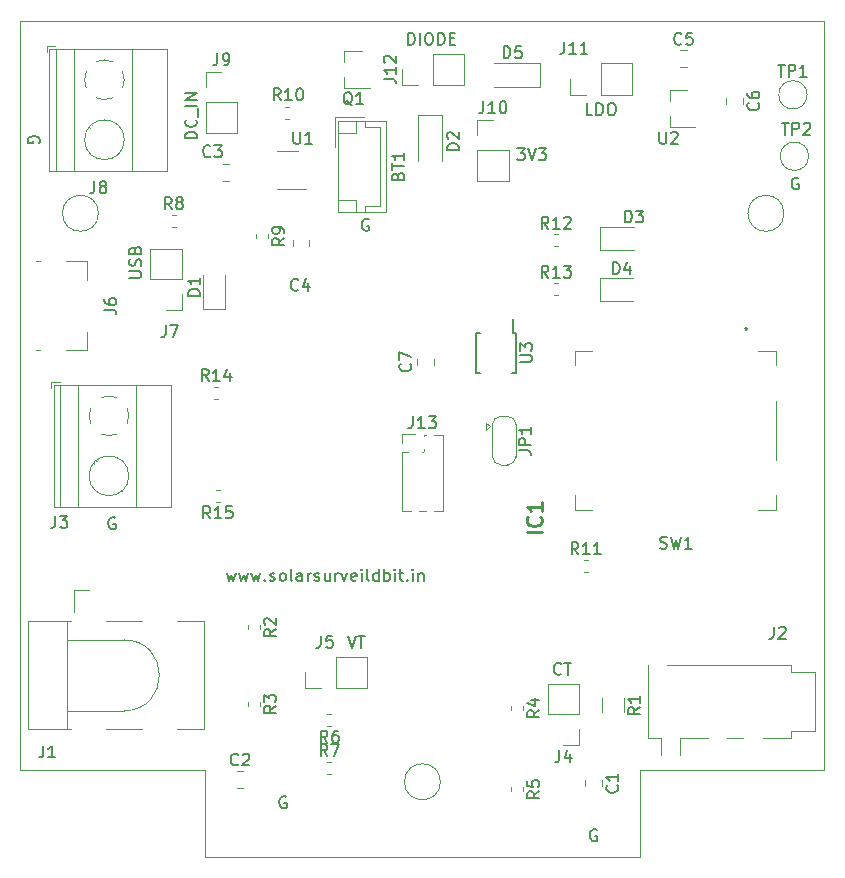
<source format=gbr>
%TF.GenerationSoftware,KiCad,Pcbnew,(5.1.8)-1*%
%TF.CreationDate,2021-05-25T14:35:32+05:30*%
%TF.ProjectId,ATM90_WLR_BOARD,41544d39-305f-4574-9c52-5f424f415244,rev?*%
%TF.SameCoordinates,Original*%
%TF.FileFunction,Legend,Top*%
%TF.FilePolarity,Positive*%
%FSLAX46Y46*%
G04 Gerber Fmt 4.6, Leading zero omitted, Abs format (unit mm)*
G04 Created by KiCad (PCBNEW (5.1.8)-1) date 2021-05-25 14:35:32*
%MOMM*%
%LPD*%
G01*
G04 APERTURE LIST*
%ADD10C,0.127000*%
%TA.AperFunction,Profile*%
%ADD11C,0.050000*%
%TD*%
%ADD12C,0.120000*%
%ADD13C,0.100000*%
%ADD14C,0.200000*%
%ADD15C,0.150000*%
%ADD16C,0.254000*%
G04 APERTURE END LIST*
D10*
X122459904Y-83272380D02*
X123078952Y-83272380D01*
X122745619Y-83653333D01*
X122888476Y-83653333D01*
X122983714Y-83700952D01*
X123031333Y-83748571D01*
X123078952Y-83843809D01*
X123078952Y-84081904D01*
X123031333Y-84177142D01*
X122983714Y-84224761D01*
X122888476Y-84272380D01*
X122602761Y-84272380D01*
X122507523Y-84224761D01*
X122459904Y-84177142D01*
X123364666Y-83272380D02*
X123698000Y-84272380D01*
X124031333Y-83272380D01*
X124269428Y-83272380D02*
X124888476Y-83272380D01*
X124555142Y-83653333D01*
X124698000Y-83653333D01*
X124793238Y-83700952D01*
X124840857Y-83748571D01*
X124888476Y-83843809D01*
X124888476Y-84081904D01*
X124840857Y-84177142D01*
X124793238Y-84224761D01*
X124698000Y-84272380D01*
X124412285Y-84272380D01*
X124317047Y-84224761D01*
X124269428Y-84177142D01*
X128825714Y-80462380D02*
X128349523Y-80462380D01*
X128349523Y-79462380D01*
X129159047Y-80462380D02*
X129159047Y-79462380D01*
X129397142Y-79462380D01*
X129540000Y-79510000D01*
X129635238Y-79605238D01*
X129682857Y-79700476D01*
X129730476Y-79890952D01*
X129730476Y-80033809D01*
X129682857Y-80224285D01*
X129635238Y-80319523D01*
X129540000Y-80414761D01*
X129397142Y-80462380D01*
X129159047Y-80462380D01*
X130349523Y-79462380D02*
X130540000Y-79462380D01*
X130635238Y-79510000D01*
X130730476Y-79605238D01*
X130778095Y-79795714D01*
X130778095Y-80129047D01*
X130730476Y-80319523D01*
X130635238Y-80414761D01*
X130540000Y-80462380D01*
X130349523Y-80462380D01*
X130254285Y-80414761D01*
X130159047Y-80319523D01*
X130111428Y-80129047D01*
X130111428Y-79795714D01*
X130159047Y-79605238D01*
X130254285Y-79510000D01*
X130349523Y-79462380D01*
X113212809Y-74493380D02*
X113212809Y-73493380D01*
X113450904Y-73493380D01*
X113593761Y-73541000D01*
X113689000Y-73636238D01*
X113736619Y-73731476D01*
X113784238Y-73921952D01*
X113784238Y-74064809D01*
X113736619Y-74255285D01*
X113689000Y-74350523D01*
X113593761Y-74445761D01*
X113450904Y-74493380D01*
X113212809Y-74493380D01*
X114212809Y-74493380D02*
X114212809Y-73493380D01*
X114879476Y-73493380D02*
X115069952Y-73493380D01*
X115165190Y-73541000D01*
X115260428Y-73636238D01*
X115308047Y-73826714D01*
X115308047Y-74160047D01*
X115260428Y-74350523D01*
X115165190Y-74445761D01*
X115069952Y-74493380D01*
X114879476Y-74493380D01*
X114784238Y-74445761D01*
X114689000Y-74350523D01*
X114641380Y-74160047D01*
X114641380Y-73826714D01*
X114689000Y-73636238D01*
X114784238Y-73541000D01*
X114879476Y-73493380D01*
X115736619Y-74493380D02*
X115736619Y-73493380D01*
X115974714Y-73493380D01*
X116117571Y-73541000D01*
X116212809Y-73636238D01*
X116260428Y-73731476D01*
X116308047Y-73921952D01*
X116308047Y-74064809D01*
X116260428Y-74255285D01*
X116212809Y-74350523D01*
X116117571Y-74445761D01*
X115974714Y-74493380D01*
X115736619Y-74493380D01*
X116736619Y-73969571D02*
X117069952Y-73969571D01*
X117212809Y-74493380D02*
X116736619Y-74493380D01*
X116736619Y-73493380D01*
X117212809Y-73493380D01*
X95321380Y-82422761D02*
X94321380Y-82422761D01*
X94321380Y-82184666D01*
X94369000Y-82041809D01*
X94464238Y-81946571D01*
X94559476Y-81898952D01*
X94749952Y-81851333D01*
X94892809Y-81851333D01*
X95083285Y-81898952D01*
X95178523Y-81946571D01*
X95273761Y-82041809D01*
X95321380Y-82184666D01*
X95321380Y-82422761D01*
X95226142Y-80851333D02*
X95273761Y-80898952D01*
X95321380Y-81041809D01*
X95321380Y-81137047D01*
X95273761Y-81279904D01*
X95178523Y-81375142D01*
X95083285Y-81422761D01*
X94892809Y-81470380D01*
X94749952Y-81470380D01*
X94559476Y-81422761D01*
X94464238Y-81375142D01*
X94369000Y-81279904D01*
X94321380Y-81137047D01*
X94321380Y-81041809D01*
X94369000Y-80898952D01*
X94416619Y-80851333D01*
X95416619Y-80660857D02*
X95416619Y-79898952D01*
X95321380Y-79660857D02*
X94321380Y-79660857D01*
X95321380Y-79184666D02*
X94321380Y-79184666D01*
X95321380Y-78613238D01*
X94321380Y-78613238D01*
X89622380Y-94225904D02*
X90431904Y-94225904D01*
X90527142Y-94178285D01*
X90574761Y-94130666D01*
X90622380Y-94035428D01*
X90622380Y-93844952D01*
X90574761Y-93749714D01*
X90527142Y-93702095D01*
X90431904Y-93654476D01*
X89622380Y-93654476D01*
X90574761Y-93225904D02*
X90622380Y-93083047D01*
X90622380Y-92844952D01*
X90574761Y-92749714D01*
X90527142Y-92702095D01*
X90431904Y-92654476D01*
X90336666Y-92654476D01*
X90241428Y-92702095D01*
X90193809Y-92749714D01*
X90146190Y-92844952D01*
X90098571Y-93035428D01*
X90050952Y-93130666D01*
X90003333Y-93178285D01*
X89908095Y-93225904D01*
X89812857Y-93225904D01*
X89717619Y-93178285D01*
X89670000Y-93130666D01*
X89622380Y-93035428D01*
X89622380Y-92797333D01*
X89670000Y-92654476D01*
X90098571Y-91892571D02*
X90146190Y-91749714D01*
X90193809Y-91702095D01*
X90289047Y-91654476D01*
X90431904Y-91654476D01*
X90527142Y-91702095D01*
X90574761Y-91749714D01*
X90622380Y-91844952D01*
X90622380Y-92225904D01*
X89622380Y-92225904D01*
X89622380Y-91892571D01*
X89670000Y-91797333D01*
X89717619Y-91749714D01*
X89812857Y-91702095D01*
X89908095Y-91702095D01*
X90003333Y-91749714D01*
X90050952Y-91797333D01*
X90098571Y-91892571D01*
X90098571Y-92225904D01*
X126166571Y-127738142D02*
X126118952Y-127785761D01*
X125976095Y-127833380D01*
X125880857Y-127833380D01*
X125738000Y-127785761D01*
X125642761Y-127690523D01*
X125595142Y-127595285D01*
X125547523Y-127404809D01*
X125547523Y-127261952D01*
X125595142Y-127071476D01*
X125642761Y-126976238D01*
X125738000Y-126881000D01*
X125880857Y-126833380D01*
X125976095Y-126833380D01*
X126118952Y-126881000D01*
X126166571Y-126928619D01*
X126452285Y-126833380D02*
X127023714Y-126833380D01*
X126738000Y-127833380D02*
X126738000Y-126833380D01*
X108124714Y-124547380D02*
X108458047Y-125547380D01*
X108791380Y-124547380D01*
X108981857Y-124547380D02*
X109553285Y-124547380D01*
X109267571Y-125547380D02*
X109267571Y-124547380D01*
X81970500Y-82811904D02*
X82018119Y-82716666D01*
X82018119Y-82573809D01*
X81970500Y-82430952D01*
X81875261Y-82335714D01*
X81780023Y-82288095D01*
X81589547Y-82240476D01*
X81446690Y-82240476D01*
X81256214Y-82288095D01*
X81160976Y-82335714D01*
X81065738Y-82430952D01*
X81018119Y-82573809D01*
X81018119Y-82669047D01*
X81065738Y-82811904D01*
X81113357Y-82859523D01*
X81446690Y-82859523D01*
X81446690Y-82669047D01*
X146248404Y-85796500D02*
X146153166Y-85748880D01*
X146010309Y-85748880D01*
X145867452Y-85796500D01*
X145772214Y-85891738D01*
X145724595Y-85986976D01*
X145676976Y-86177452D01*
X145676976Y-86320309D01*
X145724595Y-86510785D01*
X145772214Y-86606023D01*
X145867452Y-86701261D01*
X146010309Y-86748880D01*
X146105547Y-86748880D01*
X146248404Y-86701261D01*
X146296023Y-86653642D01*
X146296023Y-86320309D01*
X146105547Y-86320309D01*
X129166904Y-140978000D02*
X129071666Y-140930380D01*
X128928809Y-140930380D01*
X128785952Y-140978000D01*
X128690714Y-141073238D01*
X128643095Y-141168476D01*
X128595476Y-141358952D01*
X128595476Y-141501809D01*
X128643095Y-141692285D01*
X128690714Y-141787523D01*
X128785952Y-141882761D01*
X128928809Y-141930380D01*
X129024047Y-141930380D01*
X129166904Y-141882761D01*
X129214523Y-141835142D01*
X129214523Y-141501809D01*
X129024047Y-141501809D01*
X102877904Y-138184000D02*
X102782666Y-138136380D01*
X102639809Y-138136380D01*
X102496952Y-138184000D01*
X102401714Y-138279238D01*
X102354095Y-138374476D01*
X102306476Y-138564952D01*
X102306476Y-138707809D01*
X102354095Y-138898285D01*
X102401714Y-138993523D01*
X102496952Y-139088761D01*
X102639809Y-139136380D01*
X102735047Y-139136380D01*
X102877904Y-139088761D01*
X102925523Y-139041142D01*
X102925523Y-138707809D01*
X102735047Y-138707809D01*
X88399904Y-114562000D02*
X88304666Y-114514380D01*
X88161809Y-114514380D01*
X88018952Y-114562000D01*
X87923714Y-114657238D01*
X87876095Y-114752476D01*
X87828476Y-114942952D01*
X87828476Y-115085809D01*
X87876095Y-115276285D01*
X87923714Y-115371523D01*
X88018952Y-115466761D01*
X88161809Y-115514380D01*
X88257047Y-115514380D01*
X88399904Y-115466761D01*
X88447523Y-115419142D01*
X88447523Y-115085809D01*
X88257047Y-115085809D01*
X109862904Y-89289000D02*
X109767666Y-89241380D01*
X109624809Y-89241380D01*
X109481952Y-89289000D01*
X109386714Y-89384238D01*
X109339095Y-89479476D01*
X109291476Y-89669952D01*
X109291476Y-89812809D01*
X109339095Y-90003285D01*
X109386714Y-90098523D01*
X109481952Y-90193761D01*
X109624809Y-90241380D01*
X109720047Y-90241380D01*
X109862904Y-90193761D01*
X109910523Y-90146142D01*
X109910523Y-89812809D01*
X109720047Y-89812809D01*
X97854547Y-119229214D02*
X98045023Y-119895880D01*
X98235500Y-119419690D01*
X98425976Y-119895880D01*
X98616452Y-119229214D01*
X98902166Y-119229214D02*
X99092642Y-119895880D01*
X99283119Y-119419690D01*
X99473595Y-119895880D01*
X99664071Y-119229214D01*
X99949785Y-119229214D02*
X100140261Y-119895880D01*
X100330738Y-119419690D01*
X100521214Y-119895880D01*
X100711690Y-119229214D01*
X101092642Y-119800642D02*
X101140261Y-119848261D01*
X101092642Y-119895880D01*
X101045023Y-119848261D01*
X101092642Y-119800642D01*
X101092642Y-119895880D01*
X101521214Y-119848261D02*
X101616452Y-119895880D01*
X101806928Y-119895880D01*
X101902166Y-119848261D01*
X101949785Y-119753023D01*
X101949785Y-119705404D01*
X101902166Y-119610166D01*
X101806928Y-119562547D01*
X101664071Y-119562547D01*
X101568833Y-119514928D01*
X101521214Y-119419690D01*
X101521214Y-119372071D01*
X101568833Y-119276833D01*
X101664071Y-119229214D01*
X101806928Y-119229214D01*
X101902166Y-119276833D01*
X102521214Y-119895880D02*
X102425976Y-119848261D01*
X102378357Y-119800642D01*
X102330738Y-119705404D01*
X102330738Y-119419690D01*
X102378357Y-119324452D01*
X102425976Y-119276833D01*
X102521214Y-119229214D01*
X102664071Y-119229214D01*
X102759309Y-119276833D01*
X102806928Y-119324452D01*
X102854547Y-119419690D01*
X102854547Y-119705404D01*
X102806928Y-119800642D01*
X102759309Y-119848261D01*
X102664071Y-119895880D01*
X102521214Y-119895880D01*
X103425976Y-119895880D02*
X103330738Y-119848261D01*
X103283119Y-119753023D01*
X103283119Y-118895880D01*
X104235500Y-119895880D02*
X104235500Y-119372071D01*
X104187880Y-119276833D01*
X104092642Y-119229214D01*
X103902166Y-119229214D01*
X103806928Y-119276833D01*
X104235500Y-119848261D02*
X104140261Y-119895880D01*
X103902166Y-119895880D01*
X103806928Y-119848261D01*
X103759309Y-119753023D01*
X103759309Y-119657785D01*
X103806928Y-119562547D01*
X103902166Y-119514928D01*
X104140261Y-119514928D01*
X104235500Y-119467309D01*
X104711690Y-119895880D02*
X104711690Y-119229214D01*
X104711690Y-119419690D02*
X104759309Y-119324452D01*
X104806928Y-119276833D01*
X104902166Y-119229214D01*
X104997404Y-119229214D01*
X105283119Y-119848261D02*
X105378357Y-119895880D01*
X105568833Y-119895880D01*
X105664071Y-119848261D01*
X105711690Y-119753023D01*
X105711690Y-119705404D01*
X105664071Y-119610166D01*
X105568833Y-119562547D01*
X105425976Y-119562547D01*
X105330738Y-119514928D01*
X105283119Y-119419690D01*
X105283119Y-119372071D01*
X105330738Y-119276833D01*
X105425976Y-119229214D01*
X105568833Y-119229214D01*
X105664071Y-119276833D01*
X106568833Y-119229214D02*
X106568833Y-119895880D01*
X106140261Y-119229214D02*
X106140261Y-119753023D01*
X106187880Y-119848261D01*
X106283119Y-119895880D01*
X106425976Y-119895880D01*
X106521214Y-119848261D01*
X106568833Y-119800642D01*
X107045023Y-119895880D02*
X107045023Y-119229214D01*
X107045023Y-119419690D02*
X107092642Y-119324452D01*
X107140261Y-119276833D01*
X107235500Y-119229214D01*
X107330738Y-119229214D01*
X107568833Y-119229214D02*
X107806928Y-119895880D01*
X108045023Y-119229214D01*
X108806928Y-119848261D02*
X108711690Y-119895880D01*
X108521214Y-119895880D01*
X108425976Y-119848261D01*
X108378357Y-119753023D01*
X108378357Y-119372071D01*
X108425976Y-119276833D01*
X108521214Y-119229214D01*
X108711690Y-119229214D01*
X108806928Y-119276833D01*
X108854547Y-119372071D01*
X108854547Y-119467309D01*
X108378357Y-119562547D01*
X109283119Y-119895880D02*
X109283119Y-119229214D01*
X109283119Y-118895880D02*
X109235500Y-118943500D01*
X109283119Y-118991119D01*
X109330738Y-118943500D01*
X109283119Y-118895880D01*
X109283119Y-118991119D01*
X109902166Y-119895880D02*
X109806928Y-119848261D01*
X109759309Y-119753023D01*
X109759309Y-118895880D01*
X110711690Y-119895880D02*
X110711690Y-118895880D01*
X110711690Y-119848261D02*
X110616452Y-119895880D01*
X110425976Y-119895880D01*
X110330738Y-119848261D01*
X110283119Y-119800642D01*
X110235500Y-119705404D01*
X110235500Y-119419690D01*
X110283119Y-119324452D01*
X110330738Y-119276833D01*
X110425976Y-119229214D01*
X110616452Y-119229214D01*
X110711690Y-119276833D01*
X111187880Y-119895880D02*
X111187880Y-118895880D01*
X111187880Y-119276833D02*
X111283119Y-119229214D01*
X111473595Y-119229214D01*
X111568833Y-119276833D01*
X111616452Y-119324452D01*
X111664071Y-119419690D01*
X111664071Y-119705404D01*
X111616452Y-119800642D01*
X111568833Y-119848261D01*
X111473595Y-119895880D01*
X111283119Y-119895880D01*
X111187880Y-119848261D01*
X112092642Y-119895880D02*
X112092642Y-119229214D01*
X112092642Y-118895880D02*
X112045023Y-118943500D01*
X112092642Y-118991119D01*
X112140261Y-118943500D01*
X112092642Y-118895880D01*
X112092642Y-118991119D01*
X112425976Y-119229214D02*
X112806928Y-119229214D01*
X112568833Y-118895880D02*
X112568833Y-119753023D01*
X112616452Y-119848261D01*
X112711690Y-119895880D01*
X112806928Y-119895880D01*
X113140261Y-119800642D02*
X113187880Y-119848261D01*
X113140261Y-119895880D01*
X113092642Y-119848261D01*
X113140261Y-119800642D01*
X113140261Y-119895880D01*
X113616452Y-119895880D02*
X113616452Y-119229214D01*
X113616452Y-118895880D02*
X113568833Y-118943500D01*
X113616452Y-118991119D01*
X113664071Y-118943500D01*
X113616452Y-118895880D01*
X113616452Y-118991119D01*
X114092642Y-119229214D02*
X114092642Y-119895880D01*
X114092642Y-119324452D02*
X114140261Y-119276833D01*
X114235500Y-119229214D01*
X114378357Y-119229214D01*
X114473595Y-119276833D01*
X114521214Y-119372071D01*
X114521214Y-119895880D01*
D11*
X80391000Y-135890000D02*
X80391000Y-72517000D01*
X148463000Y-72517000D02*
X148463000Y-135890000D01*
X148463000Y-72517000D02*
X80391000Y-72517000D01*
X132842000Y-135890000D02*
X148463000Y-135890000D01*
X132842000Y-143256000D02*
X132842000Y-135890000D01*
X96012000Y-135890000D02*
X96012000Y-143256000D01*
X80391000Y-135890000D02*
X96012000Y-135890000D01*
X96012000Y-143256000D02*
X132842000Y-143256000D01*
X115951000Y-136906000D02*
G75*
G03*
X115951000Y-136906000I-1524000J0D01*
G01*
X145034000Y-88773000D02*
G75*
G03*
X145034000Y-88773000I-1524000J0D01*
G01*
X86995000Y-88773000D02*
G75*
G03*
X86995000Y-88773000I-1524000J0D01*
G01*
D12*
%TO.C,J6*%
X84240000Y-92850000D02*
X86050000Y-92850000D01*
X86050000Y-92850000D02*
X86050000Y-94410000D01*
X84240000Y-100370000D02*
X86050000Y-100370000D01*
X86050000Y-100370000D02*
X86050000Y-98810000D01*
X82040000Y-100370000D02*
X81690000Y-100370000D01*
X82040000Y-92850000D02*
X81690000Y-92850000D01*
%TO.C,R15*%
X97262767Y-113222000D02*
X96920233Y-113222000D01*
X97262767Y-112202000D02*
X96920233Y-112202000D01*
%TO.C,R14*%
X96793233Y-103440000D02*
X97135767Y-103440000D01*
X96793233Y-104460000D02*
X97135767Y-104460000D01*
%TO.C,R13*%
X125558733Y-94677000D02*
X125901267Y-94677000D01*
X125558733Y-95697000D02*
X125901267Y-95697000D01*
%TO.C,R12*%
X125558733Y-90549000D02*
X125901267Y-90549000D01*
X125558733Y-91569000D02*
X125901267Y-91569000D01*
%TO.C,R11*%
X128098733Y-118108000D02*
X128441267Y-118108000D01*
X128098733Y-119128000D02*
X128441267Y-119128000D01*
%TO.C,R10*%
X103168267Y-80774000D02*
X102825733Y-80774000D01*
X103168267Y-79754000D02*
X102825733Y-79754000D01*
%TO.C,R9*%
X101348000Y-90541733D02*
X101348000Y-90884267D01*
X100328000Y-90541733D02*
X100328000Y-90884267D01*
%TO.C,R8*%
X93188733Y-88898000D02*
X93531267Y-88898000D01*
X93188733Y-89918000D02*
X93531267Y-89918000D01*
%TO.C,R7*%
X106381733Y-135190000D02*
X106724267Y-135190000D01*
X106381733Y-136210000D02*
X106724267Y-136210000D01*
%TO.C,R6*%
X106724267Y-132209000D02*
X106381733Y-132209000D01*
X106724267Y-131189000D02*
X106381733Y-131189000D01*
%TO.C,R5*%
X122938000Y-137369733D02*
X122938000Y-137712267D01*
X121918000Y-137369733D02*
X121918000Y-137712267D01*
%TO.C,R4*%
X122938000Y-130511733D02*
X122938000Y-130854267D01*
X121918000Y-130511733D02*
X121918000Y-130854267D01*
%TO.C,R3*%
X100649000Y-130130733D02*
X100649000Y-130473267D01*
X99629000Y-130130733D02*
X99629000Y-130473267D01*
%TO.C,R2*%
X100649000Y-123653733D02*
X100649000Y-123996267D01*
X99629000Y-123653733D02*
X99629000Y-123996267D01*
%TO.C,D1*%
X95814000Y-93996000D02*
X95814000Y-96856000D01*
X95814000Y-96856000D02*
X97734000Y-96856000D01*
X97734000Y-96856000D02*
X97734000Y-93996000D01*
%TO.C,C7*%
X113971000Y-101607252D02*
X113971000Y-101084748D01*
X115391000Y-101607252D02*
X115391000Y-101084748D01*
%TO.C,C6*%
X141553000Y-78986748D02*
X141553000Y-79509252D01*
X140133000Y-78986748D02*
X140133000Y-79509252D01*
%TO.C,C5*%
X136263748Y-74982000D02*
X136786252Y-74982000D01*
X136263748Y-76402000D02*
X136786252Y-76402000D01*
%TO.C,C2*%
X98735748Y-136006000D02*
X99258252Y-136006000D01*
X98735748Y-137426000D02*
X99258252Y-137426000D01*
%TO.C,C1*%
X129615000Y-136771748D02*
X129615000Y-137294252D01*
X128195000Y-136771748D02*
X128195000Y-137294252D01*
%TO.C,BT1*%
X106991000Y-80656000D02*
X106991000Y-83156000D01*
X109491000Y-80656000D02*
X106991000Y-80656000D01*
X108791000Y-87676000D02*
X107291000Y-87676000D01*
X108791000Y-88676000D02*
X108791000Y-87676000D01*
X108791000Y-81956000D02*
X107291000Y-81956000D01*
X108791000Y-80956000D02*
X108791000Y-81956000D01*
X109601000Y-88176000D02*
X109601000Y-88676000D01*
X110811000Y-88176000D02*
X109601000Y-88176000D01*
X110811000Y-81456000D02*
X110811000Y-88176000D01*
X109601000Y-81456000D02*
X110811000Y-81456000D01*
X109601000Y-80956000D02*
X109601000Y-81456000D01*
X111311000Y-88676000D02*
X111311000Y-80956000D01*
X107291000Y-88676000D02*
X111311000Y-88676000D01*
X107291000Y-80956000D02*
X107291000Y-88676000D01*
X111311000Y-80956000D02*
X107291000Y-80956000D01*
%TO.C,C3*%
X98051252Y-86054000D02*
X97528748Y-86054000D01*
X98051252Y-84634000D02*
X97528748Y-84634000D01*
%TO.C,C4*%
X103430000Y-91051748D02*
X103430000Y-91574252D01*
X104850000Y-91051748D02*
X104850000Y-91574252D01*
%TO.C,D2*%
X116062000Y-80427000D02*
X114062000Y-80427000D01*
X114062000Y-80427000D02*
X114062000Y-84327000D01*
X116062000Y-80427000D02*
X116062000Y-84327000D01*
%TO.C,D3*%
X132318000Y-89972000D02*
X129458000Y-89972000D01*
X129458000Y-89972000D02*
X129458000Y-91892000D01*
X129458000Y-91892000D02*
X132318000Y-91892000D01*
%TO.C,D4*%
X129431000Y-96210000D02*
X132291000Y-96210000D01*
X129431000Y-94290000D02*
X129431000Y-96210000D01*
X132291000Y-94290000D02*
X129431000Y-94290000D01*
%TO.C,D5*%
X124360000Y-78089000D02*
X120460000Y-78089000D01*
X124360000Y-76089000D02*
X120460000Y-76089000D01*
X124360000Y-78089000D02*
X124360000Y-76089000D01*
D13*
%TO.C,IC1*%
X127326000Y-100405000D02*
X127326000Y-101655000D01*
X128826000Y-100405000D02*
X127326000Y-100405000D01*
X127326000Y-113905000D02*
X127326000Y-112655000D01*
X128826000Y-113905000D02*
X127326000Y-113905000D01*
X144326000Y-113905000D02*
X142826000Y-113905000D01*
X144326000Y-112655000D02*
X144326000Y-113905000D01*
X144326000Y-104655000D02*
X144326000Y-109655000D01*
X144326000Y-100405000D02*
X142826000Y-100405000D01*
X144326000Y-101655000D02*
X144326000Y-100405000D01*
D14*
X141826000Y-98455000D02*
X141826000Y-98455000D01*
X141826000Y-98655000D02*
X141826000Y-98655000D01*
X141826000Y-98455000D02*
G75*
G02*
X141826000Y-98655000I0J-100000D01*
G01*
X141826000Y-98655000D02*
G75*
G02*
X141826000Y-98455000I0J100000D01*
G01*
D12*
%TO.C,J1*%
X84894000Y-120629000D02*
X84894000Y-122529000D01*
X86234000Y-120629000D02*
X84894000Y-120629000D01*
X81044000Y-123329000D02*
X84654000Y-123329000D01*
X95964000Y-132449000D02*
X95964000Y-123329000D01*
X87654000Y-123329000D02*
X90654000Y-123329000D01*
X93654000Y-123329000D02*
X95964000Y-123329000D01*
X93654000Y-132449000D02*
X95964000Y-132449000D01*
X87654000Y-132449000D02*
X90654000Y-132449000D01*
X81044000Y-132449000D02*
X84654000Y-132449000D01*
X81044000Y-132449000D02*
X81044000Y-123329000D01*
X84354000Y-132449000D02*
X84354000Y-123329000D01*
X84354000Y-124889000D02*
X89154000Y-124889000D01*
X84354000Y-130889000D02*
X89154000Y-130889000D01*
X89154000Y-124889000D02*
G75*
G02*
X89154000Y-130889000I0J-3000000D01*
G01*
%TO.C,J2*%
X145631000Y-127611000D02*
X147631000Y-127611000D01*
X145631000Y-132611000D02*
X147631000Y-132611000D01*
X147631000Y-132611000D02*
X147631000Y-127611000D01*
X145631000Y-127611000D02*
X145631000Y-127011000D01*
X145631000Y-133211000D02*
X145631000Y-132611000D01*
X133531000Y-127011000D02*
X133531000Y-133211000D01*
X145631000Y-133211000D02*
X143256000Y-133211000D01*
X141606000Y-133211000D02*
X140256000Y-133211000D01*
X138606000Y-133211000D02*
X136206000Y-133211000D01*
X134656000Y-133211000D02*
X133531000Y-133211000D01*
X135106000Y-127011000D02*
X145631000Y-127011000D01*
X134656000Y-133211000D02*
X134656000Y-134611000D01*
X136206000Y-133211000D02*
X136206000Y-134611000D01*
%TO.C,J3*%
X89564000Y-110998000D02*
G75*
G03*
X89564000Y-110998000I-1680000J0D01*
G01*
X83784000Y-103318000D02*
X83784000Y-113598000D01*
X85284000Y-103318000D02*
X85284000Y-113598000D01*
X90185000Y-103318000D02*
X90185000Y-113598000D01*
X93145000Y-103318000D02*
X93145000Y-113598000D01*
X83224000Y-103318000D02*
X83224000Y-113598000D01*
X93145000Y-103318000D02*
X83224000Y-103318000D01*
X93145000Y-113598000D02*
X83224000Y-113598000D01*
X88953000Y-112273000D02*
X88907000Y-112226000D01*
X86645000Y-109964000D02*
X86610000Y-109929000D01*
X89159000Y-112068000D02*
X89123000Y-112033000D01*
X86861000Y-109771000D02*
X86815000Y-109724000D01*
X83724000Y-103078000D02*
X82984000Y-103078000D01*
X82984000Y-103078000D02*
X82984000Y-103578000D01*
X86203747Y-105946805D02*
G75*
G02*
X86349000Y-105234000I1680253J28805D01*
G01*
X87200958Y-104382574D02*
G75*
G02*
X88568000Y-104383000I683042J-1535426D01*
G01*
X89419426Y-105234958D02*
G75*
G02*
X89419000Y-106602000I-1535426J-683042D01*
G01*
X88567042Y-107453426D02*
G75*
G02*
X87200000Y-107453000I-683042J1535426D01*
G01*
X86349244Y-106601318D02*
G75*
G02*
X86204000Y-105918000I1534756J683318D01*
G01*
%TO.C,J4*%
X127695000Y-133791000D02*
X126365000Y-133791000D01*
X127695000Y-132461000D02*
X127695000Y-133791000D01*
X127695000Y-131191000D02*
X125035000Y-131191000D01*
X125035000Y-131191000D02*
X125035000Y-128591000D01*
X127695000Y-131191000D02*
X127695000Y-128591000D01*
X127695000Y-128591000D02*
X125035000Y-128591000D01*
%TO.C,J5*%
X109725000Y-128965000D02*
X109725000Y-126305000D01*
X107125000Y-128965000D02*
X109725000Y-128965000D01*
X107125000Y-126305000D02*
X109725000Y-126305000D01*
X107125000Y-128965000D02*
X107125000Y-126305000D01*
X105855000Y-128965000D02*
X104525000Y-128965000D01*
X104525000Y-128965000D02*
X104525000Y-127635000D01*
%TO.C,J7*%
X94040000Y-96961000D02*
X92710000Y-96961000D01*
X94040000Y-95631000D02*
X94040000Y-96961000D01*
X94040000Y-94361000D02*
X91380000Y-94361000D01*
X91380000Y-94361000D02*
X91380000Y-91761000D01*
X94040000Y-94361000D02*
X94040000Y-91761000D01*
X94040000Y-91761000D02*
X91380000Y-91761000D01*
%TO.C,J8*%
X82603000Y-74630000D02*
X82603000Y-75130000D01*
X83343000Y-74630000D02*
X82603000Y-74630000D01*
X86480000Y-81323000D02*
X86434000Y-81276000D01*
X88778000Y-83620000D02*
X88742000Y-83585000D01*
X86264000Y-81516000D02*
X86229000Y-81481000D01*
X88572000Y-83825000D02*
X88526000Y-83778000D01*
X92764000Y-85150000D02*
X82843000Y-85150000D01*
X92764000Y-74870000D02*
X82843000Y-74870000D01*
X82843000Y-74870000D02*
X82843000Y-85150000D01*
X92764000Y-74870000D02*
X92764000Y-85150000D01*
X89804000Y-74870000D02*
X89804000Y-85150000D01*
X84903000Y-74870000D02*
X84903000Y-85150000D01*
X83403000Y-74870000D02*
X83403000Y-85150000D01*
X89183000Y-82550000D02*
G75*
G03*
X89183000Y-82550000I-1680000J0D01*
G01*
X85968244Y-78153318D02*
G75*
G02*
X85823000Y-77470000I1534756J683318D01*
G01*
X88186042Y-79005426D02*
G75*
G02*
X86819000Y-79005000I-683042J1535426D01*
G01*
X89038426Y-76786958D02*
G75*
G02*
X89038000Y-78154000I-1535426J-683042D01*
G01*
X86819958Y-75934574D02*
G75*
G02*
X88187000Y-75935000I683042J-1535426D01*
G01*
X85822747Y-77498805D02*
G75*
G02*
X85968000Y-76786000I1680253J28805D01*
G01*
%TO.C,J9*%
X96079000Y-81975000D02*
X98739000Y-81975000D01*
X96079000Y-79375000D02*
X96079000Y-81975000D01*
X98739000Y-79375000D02*
X98739000Y-81975000D01*
X96079000Y-79375000D02*
X98739000Y-79375000D01*
X96079000Y-78105000D02*
X96079000Y-76775000D01*
X96079000Y-76775000D02*
X97409000Y-76775000D01*
%TO.C,J10*%
X119066000Y-80839000D02*
X120396000Y-80839000D01*
X119066000Y-82169000D02*
X119066000Y-80839000D01*
X119066000Y-83439000D02*
X121726000Y-83439000D01*
X121726000Y-83439000D02*
X121726000Y-86039000D01*
X119066000Y-83439000D02*
X119066000Y-86039000D01*
X119066000Y-86039000D02*
X121726000Y-86039000D01*
%TO.C,J11*%
X126940000Y-78736500D02*
X126940000Y-77406500D01*
X128270000Y-78736500D02*
X126940000Y-78736500D01*
X129540000Y-78736500D02*
X129540000Y-76076500D01*
X129540000Y-76076500D02*
X132140000Y-76076500D01*
X129540000Y-78736500D02*
X132140000Y-78736500D01*
X132140000Y-78736500D02*
X132140000Y-76076500D01*
%TO.C,J12*%
X117916000Y-77911000D02*
X117916000Y-75251000D01*
X115316000Y-77911000D02*
X117916000Y-77911000D01*
X115316000Y-75251000D02*
X117916000Y-75251000D01*
X115316000Y-77911000D02*
X115316000Y-75251000D01*
X114046000Y-77911000D02*
X112716000Y-77911000D01*
X112716000Y-77911000D02*
X112716000Y-76581000D01*
%TO.C,J13*%
X112662000Y-113979000D02*
X113484470Y-113979000D01*
X115369530Y-113979000D02*
X116192000Y-113979000D01*
X114099530Y-113979000D02*
X114754470Y-113979000D01*
X112662000Y-108964000D02*
X112662000Y-113979000D01*
X116192000Y-107509000D02*
X116192000Y-113979000D01*
X112662000Y-108964000D02*
X113228529Y-108964000D01*
X114355471Y-108964000D02*
X114498529Y-108964000D01*
X114552000Y-108910529D02*
X114552000Y-108767471D01*
X114552000Y-107640529D02*
X114552000Y-107509000D01*
X114552000Y-107509000D02*
X114754470Y-107509000D01*
X115369530Y-107509000D02*
X116192000Y-107509000D01*
X112662000Y-108204000D02*
X112662000Y-107444000D01*
X112662000Y-107444000D02*
X113792000Y-107444000D01*
%TO.C,JP1*%
X122349000Y-106613000D02*
X122349000Y-109413000D01*
X121649000Y-110063000D02*
X121049000Y-110063000D01*
X120349000Y-109413000D02*
X120349000Y-106613000D01*
X121049000Y-105963000D02*
X121649000Y-105963000D01*
X120149000Y-106813000D02*
X119849000Y-106513000D01*
X119849000Y-106513000D02*
X119849000Y-107113000D01*
X120149000Y-106813000D02*
X119849000Y-107113000D01*
X122349000Y-109363000D02*
G75*
G02*
X121649000Y-110063000I-700000J0D01*
G01*
X121049000Y-110063000D02*
G75*
G02*
X120349000Y-109363000I0J700000D01*
G01*
X120349000Y-106663000D02*
G75*
G02*
X121049000Y-105963000I700000J0D01*
G01*
X121649000Y-105963000D02*
G75*
G02*
X122349000Y-106663000I0J-700000D01*
G01*
%TO.C,Q1*%
X107825000Y-75001000D02*
X107825000Y-75931000D01*
X107825000Y-78161000D02*
X107825000Y-77231000D01*
X107825000Y-78161000D02*
X109985000Y-78161000D01*
X107825000Y-75001000D02*
X109285000Y-75001000D01*
%TO.C,R1*%
X131466000Y-129826936D02*
X131466000Y-131031064D01*
X129646000Y-129826936D02*
X129646000Y-131031064D01*
%TO.C,TP1*%
X146996000Y-78740000D02*
G75*
G03*
X146996000Y-78740000I-1200000J0D01*
G01*
%TO.C,TP2*%
X147123000Y-83947000D02*
G75*
G03*
X147123000Y-83947000I-1200000J0D01*
G01*
%TO.C,U1*%
X102097000Y-86700000D02*
X104547000Y-86700000D01*
X103897000Y-83480000D02*
X102097000Y-83480000D01*
%TO.C,U2*%
X135384000Y-78303000D02*
X136844000Y-78303000D01*
X135384000Y-81463000D02*
X137544000Y-81463000D01*
X135384000Y-81463000D02*
X135384000Y-80533000D01*
X135384000Y-78303000D02*
X135384000Y-79233000D01*
D15*
%TO.C,U3*%
X122100000Y-98909000D02*
X122100000Y-97684000D01*
X118975000Y-98909000D02*
X118975000Y-102259000D01*
X122325000Y-98909000D02*
X122325000Y-102259000D01*
X118975000Y-98909000D02*
X119275000Y-98909000D01*
X118975000Y-102259000D02*
X119275000Y-102259000D01*
X122325000Y-102259000D02*
X122025000Y-102259000D01*
X122325000Y-98909000D02*
X122100000Y-98909000D01*
%TD*%
%TO.C,J6*%
X87492380Y-96943333D02*
X88206666Y-96943333D01*
X88349523Y-96990952D01*
X88444761Y-97086190D01*
X88492380Y-97229047D01*
X88492380Y-97324285D01*
X87492380Y-96038571D02*
X87492380Y-96229047D01*
X87540000Y-96324285D01*
X87587619Y-96371904D01*
X87730476Y-96467142D01*
X87920952Y-96514761D01*
X88301904Y-96514761D01*
X88397142Y-96467142D01*
X88444761Y-96419523D01*
X88492380Y-96324285D01*
X88492380Y-96133809D01*
X88444761Y-96038571D01*
X88397142Y-95990952D01*
X88301904Y-95943333D01*
X88063809Y-95943333D01*
X87968571Y-95990952D01*
X87920952Y-96038571D01*
X87873333Y-96133809D01*
X87873333Y-96324285D01*
X87920952Y-96419523D01*
X87968571Y-96467142D01*
X88063809Y-96514761D01*
%TO.C,R15*%
X96448642Y-114594380D02*
X96115309Y-114118190D01*
X95877214Y-114594380D02*
X95877214Y-113594380D01*
X96258166Y-113594380D01*
X96353404Y-113642000D01*
X96401023Y-113689619D01*
X96448642Y-113784857D01*
X96448642Y-113927714D01*
X96401023Y-114022952D01*
X96353404Y-114070571D01*
X96258166Y-114118190D01*
X95877214Y-114118190D01*
X97401023Y-114594380D02*
X96829595Y-114594380D01*
X97115309Y-114594380D02*
X97115309Y-113594380D01*
X97020071Y-113737238D01*
X96924833Y-113832476D01*
X96829595Y-113880095D01*
X98305785Y-113594380D02*
X97829595Y-113594380D01*
X97781976Y-114070571D01*
X97829595Y-114022952D01*
X97924833Y-113975333D01*
X98162928Y-113975333D01*
X98258166Y-114022952D01*
X98305785Y-114070571D01*
X98353404Y-114165809D01*
X98353404Y-114403904D01*
X98305785Y-114499142D01*
X98258166Y-114546761D01*
X98162928Y-114594380D01*
X97924833Y-114594380D01*
X97829595Y-114546761D01*
X97781976Y-114499142D01*
%TO.C,R14*%
X96321642Y-102972380D02*
X95988309Y-102496190D01*
X95750214Y-102972380D02*
X95750214Y-101972380D01*
X96131166Y-101972380D01*
X96226404Y-102020000D01*
X96274023Y-102067619D01*
X96321642Y-102162857D01*
X96321642Y-102305714D01*
X96274023Y-102400952D01*
X96226404Y-102448571D01*
X96131166Y-102496190D01*
X95750214Y-102496190D01*
X97274023Y-102972380D02*
X96702595Y-102972380D01*
X96988309Y-102972380D02*
X96988309Y-101972380D01*
X96893071Y-102115238D01*
X96797833Y-102210476D01*
X96702595Y-102258095D01*
X98131166Y-102305714D02*
X98131166Y-102972380D01*
X97893071Y-101924761D02*
X97654976Y-102639047D01*
X98274023Y-102639047D01*
%TO.C,R13*%
X125087142Y-94209380D02*
X124753809Y-93733190D01*
X124515714Y-94209380D02*
X124515714Y-93209380D01*
X124896666Y-93209380D01*
X124991904Y-93257000D01*
X125039523Y-93304619D01*
X125087142Y-93399857D01*
X125087142Y-93542714D01*
X125039523Y-93637952D01*
X124991904Y-93685571D01*
X124896666Y-93733190D01*
X124515714Y-93733190D01*
X126039523Y-94209380D02*
X125468095Y-94209380D01*
X125753809Y-94209380D02*
X125753809Y-93209380D01*
X125658571Y-93352238D01*
X125563333Y-93447476D01*
X125468095Y-93495095D01*
X126372857Y-93209380D02*
X126991904Y-93209380D01*
X126658571Y-93590333D01*
X126801428Y-93590333D01*
X126896666Y-93637952D01*
X126944285Y-93685571D01*
X126991904Y-93780809D01*
X126991904Y-94018904D01*
X126944285Y-94114142D01*
X126896666Y-94161761D01*
X126801428Y-94209380D01*
X126515714Y-94209380D01*
X126420476Y-94161761D01*
X126372857Y-94114142D01*
%TO.C,R12*%
X125087142Y-90081380D02*
X124753809Y-89605190D01*
X124515714Y-90081380D02*
X124515714Y-89081380D01*
X124896666Y-89081380D01*
X124991904Y-89129000D01*
X125039523Y-89176619D01*
X125087142Y-89271857D01*
X125087142Y-89414714D01*
X125039523Y-89509952D01*
X124991904Y-89557571D01*
X124896666Y-89605190D01*
X124515714Y-89605190D01*
X126039523Y-90081380D02*
X125468095Y-90081380D01*
X125753809Y-90081380D02*
X125753809Y-89081380D01*
X125658571Y-89224238D01*
X125563333Y-89319476D01*
X125468095Y-89367095D01*
X126420476Y-89176619D02*
X126468095Y-89129000D01*
X126563333Y-89081380D01*
X126801428Y-89081380D01*
X126896666Y-89129000D01*
X126944285Y-89176619D01*
X126991904Y-89271857D01*
X126991904Y-89367095D01*
X126944285Y-89509952D01*
X126372857Y-90081380D01*
X126991904Y-90081380D01*
%TO.C,R11*%
X127627142Y-117640380D02*
X127293809Y-117164190D01*
X127055714Y-117640380D02*
X127055714Y-116640380D01*
X127436666Y-116640380D01*
X127531904Y-116688000D01*
X127579523Y-116735619D01*
X127627142Y-116830857D01*
X127627142Y-116973714D01*
X127579523Y-117068952D01*
X127531904Y-117116571D01*
X127436666Y-117164190D01*
X127055714Y-117164190D01*
X128579523Y-117640380D02*
X128008095Y-117640380D01*
X128293809Y-117640380D02*
X128293809Y-116640380D01*
X128198571Y-116783238D01*
X128103333Y-116878476D01*
X128008095Y-116926095D01*
X129531904Y-117640380D02*
X128960476Y-117640380D01*
X129246190Y-117640380D02*
X129246190Y-116640380D01*
X129150952Y-116783238D01*
X129055714Y-116878476D01*
X128960476Y-116926095D01*
%TO.C,R10*%
X102417642Y-79192380D02*
X102084309Y-78716190D01*
X101846214Y-79192380D02*
X101846214Y-78192380D01*
X102227166Y-78192380D01*
X102322404Y-78240000D01*
X102370023Y-78287619D01*
X102417642Y-78382857D01*
X102417642Y-78525714D01*
X102370023Y-78620952D01*
X102322404Y-78668571D01*
X102227166Y-78716190D01*
X101846214Y-78716190D01*
X103370023Y-79192380D02*
X102798595Y-79192380D01*
X103084309Y-79192380D02*
X103084309Y-78192380D01*
X102989071Y-78335238D01*
X102893833Y-78430476D01*
X102798595Y-78478095D01*
X103989071Y-78192380D02*
X104084309Y-78192380D01*
X104179547Y-78240000D01*
X104227166Y-78287619D01*
X104274785Y-78382857D01*
X104322404Y-78573333D01*
X104322404Y-78811428D01*
X104274785Y-79001904D01*
X104227166Y-79097142D01*
X104179547Y-79144761D01*
X104084309Y-79192380D01*
X103989071Y-79192380D01*
X103893833Y-79144761D01*
X103846214Y-79097142D01*
X103798595Y-79001904D01*
X103750976Y-78811428D01*
X103750976Y-78573333D01*
X103798595Y-78382857D01*
X103846214Y-78287619D01*
X103893833Y-78240000D01*
X103989071Y-78192380D01*
%TO.C,R9*%
X102720380Y-90879666D02*
X102244190Y-91213000D01*
X102720380Y-91451095D02*
X101720380Y-91451095D01*
X101720380Y-91070142D01*
X101768000Y-90974904D01*
X101815619Y-90927285D01*
X101910857Y-90879666D01*
X102053714Y-90879666D01*
X102148952Y-90927285D01*
X102196571Y-90974904D01*
X102244190Y-91070142D01*
X102244190Y-91451095D01*
X102720380Y-90403476D02*
X102720380Y-90213000D01*
X102672761Y-90117761D01*
X102625142Y-90070142D01*
X102482285Y-89974904D01*
X102291809Y-89927285D01*
X101910857Y-89927285D01*
X101815619Y-89974904D01*
X101768000Y-90022523D01*
X101720380Y-90117761D01*
X101720380Y-90308238D01*
X101768000Y-90403476D01*
X101815619Y-90451095D01*
X101910857Y-90498714D01*
X102148952Y-90498714D01*
X102244190Y-90451095D01*
X102291809Y-90403476D01*
X102339428Y-90308238D01*
X102339428Y-90117761D01*
X102291809Y-90022523D01*
X102244190Y-89974904D01*
X102148952Y-89927285D01*
%TO.C,R8*%
X93193333Y-88430380D02*
X92860000Y-87954190D01*
X92621904Y-88430380D02*
X92621904Y-87430380D01*
X93002857Y-87430380D01*
X93098095Y-87478000D01*
X93145714Y-87525619D01*
X93193333Y-87620857D01*
X93193333Y-87763714D01*
X93145714Y-87858952D01*
X93098095Y-87906571D01*
X93002857Y-87954190D01*
X92621904Y-87954190D01*
X93764761Y-87858952D02*
X93669523Y-87811333D01*
X93621904Y-87763714D01*
X93574285Y-87668476D01*
X93574285Y-87620857D01*
X93621904Y-87525619D01*
X93669523Y-87478000D01*
X93764761Y-87430380D01*
X93955238Y-87430380D01*
X94050476Y-87478000D01*
X94098095Y-87525619D01*
X94145714Y-87620857D01*
X94145714Y-87668476D01*
X94098095Y-87763714D01*
X94050476Y-87811333D01*
X93955238Y-87858952D01*
X93764761Y-87858952D01*
X93669523Y-87906571D01*
X93621904Y-87954190D01*
X93574285Y-88049428D01*
X93574285Y-88239904D01*
X93621904Y-88335142D01*
X93669523Y-88382761D01*
X93764761Y-88430380D01*
X93955238Y-88430380D01*
X94050476Y-88382761D01*
X94098095Y-88335142D01*
X94145714Y-88239904D01*
X94145714Y-88049428D01*
X94098095Y-87954190D01*
X94050476Y-87906571D01*
X93955238Y-87858952D01*
%TO.C,R7*%
X106386333Y-134722380D02*
X106053000Y-134246190D01*
X105814904Y-134722380D02*
X105814904Y-133722380D01*
X106195857Y-133722380D01*
X106291095Y-133770000D01*
X106338714Y-133817619D01*
X106386333Y-133912857D01*
X106386333Y-134055714D01*
X106338714Y-134150952D01*
X106291095Y-134198571D01*
X106195857Y-134246190D01*
X105814904Y-134246190D01*
X106719666Y-133722380D02*
X107386333Y-133722380D01*
X106957761Y-134722380D01*
%TO.C,R6*%
X106386333Y-133581380D02*
X106053000Y-133105190D01*
X105814904Y-133581380D02*
X105814904Y-132581380D01*
X106195857Y-132581380D01*
X106291095Y-132629000D01*
X106338714Y-132676619D01*
X106386333Y-132771857D01*
X106386333Y-132914714D01*
X106338714Y-133009952D01*
X106291095Y-133057571D01*
X106195857Y-133105190D01*
X105814904Y-133105190D01*
X107243476Y-132581380D02*
X107053000Y-132581380D01*
X106957761Y-132629000D01*
X106910142Y-132676619D01*
X106814904Y-132819476D01*
X106767285Y-133009952D01*
X106767285Y-133390904D01*
X106814904Y-133486142D01*
X106862523Y-133533761D01*
X106957761Y-133581380D01*
X107148238Y-133581380D01*
X107243476Y-133533761D01*
X107291095Y-133486142D01*
X107338714Y-133390904D01*
X107338714Y-133152809D01*
X107291095Y-133057571D01*
X107243476Y-133009952D01*
X107148238Y-132962333D01*
X106957761Y-132962333D01*
X106862523Y-133009952D01*
X106814904Y-133057571D01*
X106767285Y-133152809D01*
%TO.C,R5*%
X124310380Y-137707666D02*
X123834190Y-138041000D01*
X124310380Y-138279095D02*
X123310380Y-138279095D01*
X123310380Y-137898142D01*
X123358000Y-137802904D01*
X123405619Y-137755285D01*
X123500857Y-137707666D01*
X123643714Y-137707666D01*
X123738952Y-137755285D01*
X123786571Y-137802904D01*
X123834190Y-137898142D01*
X123834190Y-138279095D01*
X123310380Y-136802904D02*
X123310380Y-137279095D01*
X123786571Y-137326714D01*
X123738952Y-137279095D01*
X123691333Y-137183857D01*
X123691333Y-136945761D01*
X123738952Y-136850523D01*
X123786571Y-136802904D01*
X123881809Y-136755285D01*
X124119904Y-136755285D01*
X124215142Y-136802904D01*
X124262761Y-136850523D01*
X124310380Y-136945761D01*
X124310380Y-137183857D01*
X124262761Y-137279095D01*
X124215142Y-137326714D01*
%TO.C,R4*%
X124310380Y-130849666D02*
X123834190Y-131183000D01*
X124310380Y-131421095D02*
X123310380Y-131421095D01*
X123310380Y-131040142D01*
X123358000Y-130944904D01*
X123405619Y-130897285D01*
X123500857Y-130849666D01*
X123643714Y-130849666D01*
X123738952Y-130897285D01*
X123786571Y-130944904D01*
X123834190Y-131040142D01*
X123834190Y-131421095D01*
X123643714Y-129992523D02*
X124310380Y-129992523D01*
X123262761Y-130230619D02*
X123977047Y-130468714D01*
X123977047Y-129849666D01*
%TO.C,R3*%
X102021380Y-130468666D02*
X101545190Y-130802000D01*
X102021380Y-131040095D02*
X101021380Y-131040095D01*
X101021380Y-130659142D01*
X101069000Y-130563904D01*
X101116619Y-130516285D01*
X101211857Y-130468666D01*
X101354714Y-130468666D01*
X101449952Y-130516285D01*
X101497571Y-130563904D01*
X101545190Y-130659142D01*
X101545190Y-131040095D01*
X101021380Y-130135333D02*
X101021380Y-129516285D01*
X101402333Y-129849619D01*
X101402333Y-129706761D01*
X101449952Y-129611523D01*
X101497571Y-129563904D01*
X101592809Y-129516285D01*
X101830904Y-129516285D01*
X101926142Y-129563904D01*
X101973761Y-129611523D01*
X102021380Y-129706761D01*
X102021380Y-129992476D01*
X101973761Y-130087714D01*
X101926142Y-130135333D01*
%TO.C,R2*%
X102021380Y-123991666D02*
X101545190Y-124325000D01*
X102021380Y-124563095D02*
X101021380Y-124563095D01*
X101021380Y-124182142D01*
X101069000Y-124086904D01*
X101116619Y-124039285D01*
X101211857Y-123991666D01*
X101354714Y-123991666D01*
X101449952Y-124039285D01*
X101497571Y-124086904D01*
X101545190Y-124182142D01*
X101545190Y-124563095D01*
X101116619Y-123610714D02*
X101069000Y-123563095D01*
X101021380Y-123467857D01*
X101021380Y-123229761D01*
X101069000Y-123134523D01*
X101116619Y-123086904D01*
X101211857Y-123039285D01*
X101307095Y-123039285D01*
X101449952Y-123086904D01*
X102021380Y-123658333D01*
X102021380Y-123039285D01*
%TO.C,D1*%
X95576380Y-95734095D02*
X94576380Y-95734095D01*
X94576380Y-95496000D01*
X94624000Y-95353142D01*
X94719238Y-95257904D01*
X94814476Y-95210285D01*
X95004952Y-95162666D01*
X95147809Y-95162666D01*
X95338285Y-95210285D01*
X95433523Y-95257904D01*
X95528761Y-95353142D01*
X95576380Y-95496000D01*
X95576380Y-95734095D01*
X95576380Y-94210285D02*
X95576380Y-94781714D01*
X95576380Y-94496000D02*
X94576380Y-94496000D01*
X94719238Y-94591238D01*
X94814476Y-94686476D01*
X94862095Y-94781714D01*
%TO.C,C7*%
X113388142Y-101512666D02*
X113435761Y-101560285D01*
X113483380Y-101703142D01*
X113483380Y-101798380D01*
X113435761Y-101941238D01*
X113340523Y-102036476D01*
X113245285Y-102084095D01*
X113054809Y-102131714D01*
X112911952Y-102131714D01*
X112721476Y-102084095D01*
X112626238Y-102036476D01*
X112531000Y-101941238D01*
X112483380Y-101798380D01*
X112483380Y-101703142D01*
X112531000Y-101560285D01*
X112578619Y-101512666D01*
X112483380Y-101179333D02*
X112483380Y-100512666D01*
X113483380Y-100941238D01*
%TO.C,C6*%
X142850142Y-79414666D02*
X142897761Y-79462285D01*
X142945380Y-79605142D01*
X142945380Y-79700380D01*
X142897761Y-79843238D01*
X142802523Y-79938476D01*
X142707285Y-79986095D01*
X142516809Y-80033714D01*
X142373952Y-80033714D01*
X142183476Y-79986095D01*
X142088238Y-79938476D01*
X141993000Y-79843238D01*
X141945380Y-79700380D01*
X141945380Y-79605142D01*
X141993000Y-79462285D01*
X142040619Y-79414666D01*
X141945380Y-78557523D02*
X141945380Y-78748000D01*
X141993000Y-78843238D01*
X142040619Y-78890857D01*
X142183476Y-78986095D01*
X142373952Y-79033714D01*
X142754904Y-79033714D01*
X142850142Y-78986095D01*
X142897761Y-78938476D01*
X142945380Y-78843238D01*
X142945380Y-78652761D01*
X142897761Y-78557523D01*
X142850142Y-78509904D01*
X142754904Y-78462285D01*
X142516809Y-78462285D01*
X142421571Y-78509904D01*
X142373952Y-78557523D01*
X142326333Y-78652761D01*
X142326333Y-78843238D01*
X142373952Y-78938476D01*
X142421571Y-78986095D01*
X142516809Y-79033714D01*
%TO.C,C5*%
X136358333Y-74399142D02*
X136310714Y-74446761D01*
X136167857Y-74494380D01*
X136072619Y-74494380D01*
X135929761Y-74446761D01*
X135834523Y-74351523D01*
X135786904Y-74256285D01*
X135739285Y-74065809D01*
X135739285Y-73922952D01*
X135786904Y-73732476D01*
X135834523Y-73637238D01*
X135929761Y-73542000D01*
X136072619Y-73494380D01*
X136167857Y-73494380D01*
X136310714Y-73542000D01*
X136358333Y-73589619D01*
X137263095Y-73494380D02*
X136786904Y-73494380D01*
X136739285Y-73970571D01*
X136786904Y-73922952D01*
X136882142Y-73875333D01*
X137120238Y-73875333D01*
X137215476Y-73922952D01*
X137263095Y-73970571D01*
X137310714Y-74065809D01*
X137310714Y-74303904D01*
X137263095Y-74399142D01*
X137215476Y-74446761D01*
X137120238Y-74494380D01*
X136882142Y-74494380D01*
X136786904Y-74446761D01*
X136739285Y-74399142D01*
%TO.C,C2*%
X98830333Y-135423142D02*
X98782714Y-135470761D01*
X98639857Y-135518380D01*
X98544619Y-135518380D01*
X98401761Y-135470761D01*
X98306523Y-135375523D01*
X98258904Y-135280285D01*
X98211285Y-135089809D01*
X98211285Y-134946952D01*
X98258904Y-134756476D01*
X98306523Y-134661238D01*
X98401761Y-134566000D01*
X98544619Y-134518380D01*
X98639857Y-134518380D01*
X98782714Y-134566000D01*
X98830333Y-134613619D01*
X99211285Y-134613619D02*
X99258904Y-134566000D01*
X99354142Y-134518380D01*
X99592238Y-134518380D01*
X99687476Y-134566000D01*
X99735095Y-134613619D01*
X99782714Y-134708857D01*
X99782714Y-134804095D01*
X99735095Y-134946952D01*
X99163666Y-135518380D01*
X99782714Y-135518380D01*
%TO.C,C1*%
X130912142Y-137199666D02*
X130959761Y-137247285D01*
X131007380Y-137390142D01*
X131007380Y-137485380D01*
X130959761Y-137628238D01*
X130864523Y-137723476D01*
X130769285Y-137771095D01*
X130578809Y-137818714D01*
X130435952Y-137818714D01*
X130245476Y-137771095D01*
X130150238Y-137723476D01*
X130055000Y-137628238D01*
X130007380Y-137485380D01*
X130007380Y-137390142D01*
X130055000Y-137247285D01*
X130102619Y-137199666D01*
X131007380Y-136247285D02*
X131007380Y-136818714D01*
X131007380Y-136533000D02*
X130007380Y-136533000D01*
X130150238Y-136628238D01*
X130245476Y-136723476D01*
X130293095Y-136818714D01*
%TO.C,SW1*%
X134556666Y-117117761D02*
X134699523Y-117165380D01*
X134937619Y-117165380D01*
X135032857Y-117117761D01*
X135080476Y-117070142D01*
X135128095Y-116974904D01*
X135128095Y-116879666D01*
X135080476Y-116784428D01*
X135032857Y-116736809D01*
X134937619Y-116689190D01*
X134747142Y-116641571D01*
X134651904Y-116593952D01*
X134604285Y-116546333D01*
X134556666Y-116451095D01*
X134556666Y-116355857D01*
X134604285Y-116260619D01*
X134651904Y-116213000D01*
X134747142Y-116165380D01*
X134985238Y-116165380D01*
X135128095Y-116213000D01*
X135461428Y-116165380D02*
X135699523Y-117165380D01*
X135890000Y-116451095D01*
X136080476Y-117165380D01*
X136318571Y-116165380D01*
X137223333Y-117165380D02*
X136651904Y-117165380D01*
X136937619Y-117165380D02*
X136937619Y-116165380D01*
X136842380Y-116308238D01*
X136747142Y-116403476D01*
X136651904Y-116451095D01*
%TO.C,BT1*%
X112329571Y-85601714D02*
X112377190Y-85458857D01*
X112424809Y-85411238D01*
X112520047Y-85363619D01*
X112662904Y-85363619D01*
X112758142Y-85411238D01*
X112805761Y-85458857D01*
X112853380Y-85554095D01*
X112853380Y-85935047D01*
X111853380Y-85935047D01*
X111853380Y-85601714D01*
X111901000Y-85506476D01*
X111948619Y-85458857D01*
X112043857Y-85411238D01*
X112139095Y-85411238D01*
X112234333Y-85458857D01*
X112281952Y-85506476D01*
X112329571Y-85601714D01*
X112329571Y-85935047D01*
X111853380Y-85077904D02*
X111853380Y-84506476D01*
X112853380Y-84792190D02*
X111853380Y-84792190D01*
X112853380Y-83649333D02*
X112853380Y-84220761D01*
X112853380Y-83935047D02*
X111853380Y-83935047D01*
X111996238Y-84030285D01*
X112091476Y-84125523D01*
X112139095Y-84220761D01*
%TO.C,C3*%
X96480333Y-83923142D02*
X96432714Y-83970761D01*
X96289857Y-84018380D01*
X96194619Y-84018380D01*
X96051761Y-83970761D01*
X95956523Y-83875523D01*
X95908904Y-83780285D01*
X95861285Y-83589809D01*
X95861285Y-83446952D01*
X95908904Y-83256476D01*
X95956523Y-83161238D01*
X96051761Y-83066000D01*
X96194619Y-83018380D01*
X96289857Y-83018380D01*
X96432714Y-83066000D01*
X96480333Y-83113619D01*
X96813666Y-83018380D02*
X97432714Y-83018380D01*
X97099380Y-83399333D01*
X97242238Y-83399333D01*
X97337476Y-83446952D01*
X97385095Y-83494571D01*
X97432714Y-83589809D01*
X97432714Y-83827904D01*
X97385095Y-83923142D01*
X97337476Y-83970761D01*
X97242238Y-84018380D01*
X96956523Y-84018380D01*
X96861285Y-83970761D01*
X96813666Y-83923142D01*
%TO.C,C4*%
X103909833Y-95226142D02*
X103862214Y-95273761D01*
X103719357Y-95321380D01*
X103624119Y-95321380D01*
X103481261Y-95273761D01*
X103386023Y-95178523D01*
X103338404Y-95083285D01*
X103290785Y-94892809D01*
X103290785Y-94749952D01*
X103338404Y-94559476D01*
X103386023Y-94464238D01*
X103481261Y-94369000D01*
X103624119Y-94321380D01*
X103719357Y-94321380D01*
X103862214Y-94369000D01*
X103909833Y-94416619D01*
X104766976Y-94654714D02*
X104766976Y-95321380D01*
X104528880Y-94273761D02*
X104290785Y-94988047D01*
X104909833Y-94988047D01*
%TO.C,D2*%
X117514380Y-83415095D02*
X116514380Y-83415095D01*
X116514380Y-83177000D01*
X116562000Y-83034142D01*
X116657238Y-82938904D01*
X116752476Y-82891285D01*
X116942952Y-82843666D01*
X117085809Y-82843666D01*
X117276285Y-82891285D01*
X117371523Y-82938904D01*
X117466761Y-83034142D01*
X117514380Y-83177000D01*
X117514380Y-83415095D01*
X116609619Y-82462714D02*
X116562000Y-82415095D01*
X116514380Y-82319857D01*
X116514380Y-82081761D01*
X116562000Y-81986523D01*
X116609619Y-81938904D01*
X116704857Y-81891285D01*
X116800095Y-81891285D01*
X116942952Y-81938904D01*
X117514380Y-82510333D01*
X117514380Y-81891285D01*
%TO.C,D3*%
X131595904Y-89542880D02*
X131595904Y-88542880D01*
X131834000Y-88542880D01*
X131976857Y-88590500D01*
X132072095Y-88685738D01*
X132119714Y-88780976D01*
X132167333Y-88971452D01*
X132167333Y-89114309D01*
X132119714Y-89304785D01*
X132072095Y-89400023D01*
X131976857Y-89495261D01*
X131834000Y-89542880D01*
X131595904Y-89542880D01*
X132500666Y-88542880D02*
X133119714Y-88542880D01*
X132786380Y-88923833D01*
X132929238Y-88923833D01*
X133024476Y-88971452D01*
X133072095Y-89019071D01*
X133119714Y-89114309D01*
X133119714Y-89352404D01*
X133072095Y-89447642D01*
X133024476Y-89495261D01*
X132929238Y-89542880D01*
X132643523Y-89542880D01*
X132548285Y-89495261D01*
X132500666Y-89447642D01*
%TO.C,D4*%
X130552904Y-93924380D02*
X130552904Y-92924380D01*
X130791000Y-92924380D01*
X130933857Y-92972000D01*
X131029095Y-93067238D01*
X131076714Y-93162476D01*
X131124333Y-93352952D01*
X131124333Y-93495809D01*
X131076714Y-93686285D01*
X131029095Y-93781523D01*
X130933857Y-93876761D01*
X130791000Y-93924380D01*
X130552904Y-93924380D01*
X131981476Y-93257714D02*
X131981476Y-93924380D01*
X131743380Y-92876761D02*
X131505285Y-93591047D01*
X132124333Y-93591047D01*
%TO.C,D5*%
X121308904Y-75636380D02*
X121308904Y-74636380D01*
X121547000Y-74636380D01*
X121689857Y-74684000D01*
X121785095Y-74779238D01*
X121832714Y-74874476D01*
X121880333Y-75064952D01*
X121880333Y-75207809D01*
X121832714Y-75398285D01*
X121785095Y-75493523D01*
X121689857Y-75588761D01*
X121547000Y-75636380D01*
X121308904Y-75636380D01*
X122785095Y-74636380D02*
X122308904Y-74636380D01*
X122261285Y-75112571D01*
X122308904Y-75064952D01*
X122404142Y-75017333D01*
X122642238Y-75017333D01*
X122737476Y-75064952D01*
X122785095Y-75112571D01*
X122832714Y-75207809D01*
X122832714Y-75445904D01*
X122785095Y-75541142D01*
X122737476Y-75588761D01*
X122642238Y-75636380D01*
X122404142Y-75636380D01*
X122308904Y-75588761D01*
X122261285Y-75541142D01*
%TO.C,IC1*%
D16*
X124526023Y-115793761D02*
X123256023Y-115793761D01*
X124405071Y-114463285D02*
X124465547Y-114523761D01*
X124526023Y-114705190D01*
X124526023Y-114826142D01*
X124465547Y-115007571D01*
X124344595Y-115128523D01*
X124223642Y-115189000D01*
X123981738Y-115249476D01*
X123800309Y-115249476D01*
X123558404Y-115189000D01*
X123437452Y-115128523D01*
X123316500Y-115007571D01*
X123256023Y-114826142D01*
X123256023Y-114705190D01*
X123316500Y-114523761D01*
X123376976Y-114463285D01*
X124526023Y-113253761D02*
X124526023Y-113979476D01*
X124526023Y-113616619D02*
X123256023Y-113616619D01*
X123437452Y-113737571D01*
X123558404Y-113858523D01*
X123618880Y-113979476D01*
%TO.C,J1*%
D15*
X82320666Y-133841380D02*
X82320666Y-134555666D01*
X82273047Y-134698523D01*
X82177809Y-134793761D01*
X82034952Y-134841380D01*
X81939714Y-134841380D01*
X83320666Y-134841380D02*
X82749238Y-134841380D01*
X83034952Y-134841380D02*
X83034952Y-133841380D01*
X82939714Y-133984238D01*
X82844476Y-134079476D01*
X82749238Y-134127095D01*
%TO.C,J2*%
X144192666Y-123785380D02*
X144192666Y-124499666D01*
X144145047Y-124642523D01*
X144049809Y-124737761D01*
X143906952Y-124785380D01*
X143811714Y-124785380D01*
X144621238Y-123880619D02*
X144668857Y-123833000D01*
X144764095Y-123785380D01*
X145002190Y-123785380D01*
X145097428Y-123833000D01*
X145145047Y-123880619D01*
X145192666Y-123975857D01*
X145192666Y-124071095D01*
X145145047Y-124213952D01*
X144573619Y-124785380D01*
X145192666Y-124785380D01*
%TO.C,J3*%
X83359666Y-114387380D02*
X83359666Y-115101666D01*
X83312047Y-115244523D01*
X83216809Y-115339761D01*
X83073952Y-115387380D01*
X82978714Y-115387380D01*
X83740619Y-114387380D02*
X84359666Y-114387380D01*
X84026333Y-114768333D01*
X84169190Y-114768333D01*
X84264428Y-114815952D01*
X84312047Y-114863571D01*
X84359666Y-114958809D01*
X84359666Y-115196904D01*
X84312047Y-115292142D01*
X84264428Y-115339761D01*
X84169190Y-115387380D01*
X83883476Y-115387380D01*
X83788238Y-115339761D01*
X83740619Y-115292142D01*
%TO.C,J4*%
X126031666Y-134243380D02*
X126031666Y-134957666D01*
X125984047Y-135100523D01*
X125888809Y-135195761D01*
X125745952Y-135243380D01*
X125650714Y-135243380D01*
X126936428Y-134576714D02*
X126936428Y-135243380D01*
X126698333Y-134195761D02*
X126460238Y-134910047D01*
X127079285Y-134910047D01*
%TO.C,J5*%
X105838666Y-124547380D02*
X105838666Y-125261666D01*
X105791047Y-125404523D01*
X105695809Y-125499761D01*
X105552952Y-125547380D01*
X105457714Y-125547380D01*
X106791047Y-124547380D02*
X106314857Y-124547380D01*
X106267238Y-125023571D01*
X106314857Y-124975952D01*
X106410095Y-124928333D01*
X106648190Y-124928333D01*
X106743428Y-124975952D01*
X106791047Y-125023571D01*
X106838666Y-125118809D01*
X106838666Y-125356904D01*
X106791047Y-125452142D01*
X106743428Y-125499761D01*
X106648190Y-125547380D01*
X106410095Y-125547380D01*
X106314857Y-125499761D01*
X106267238Y-125452142D01*
%TO.C,J7*%
X92694166Y-98258380D02*
X92694166Y-98972666D01*
X92646547Y-99115523D01*
X92551309Y-99210761D01*
X92408452Y-99258380D01*
X92313214Y-99258380D01*
X93075119Y-98258380D02*
X93741785Y-98258380D01*
X93313214Y-99258380D01*
%TO.C,J8*%
X86661666Y-86066380D02*
X86661666Y-86780666D01*
X86614047Y-86923523D01*
X86518809Y-87018761D01*
X86375952Y-87066380D01*
X86280714Y-87066380D01*
X87280714Y-86494952D02*
X87185476Y-86447333D01*
X87137857Y-86399714D01*
X87090238Y-86304476D01*
X87090238Y-86256857D01*
X87137857Y-86161619D01*
X87185476Y-86114000D01*
X87280714Y-86066380D01*
X87471190Y-86066380D01*
X87566428Y-86114000D01*
X87614047Y-86161619D01*
X87661666Y-86256857D01*
X87661666Y-86304476D01*
X87614047Y-86399714D01*
X87566428Y-86447333D01*
X87471190Y-86494952D01*
X87280714Y-86494952D01*
X87185476Y-86542571D01*
X87137857Y-86590190D01*
X87090238Y-86685428D01*
X87090238Y-86875904D01*
X87137857Y-86971142D01*
X87185476Y-87018761D01*
X87280714Y-87066380D01*
X87471190Y-87066380D01*
X87566428Y-87018761D01*
X87614047Y-86971142D01*
X87661666Y-86875904D01*
X87661666Y-86685428D01*
X87614047Y-86590190D01*
X87566428Y-86542571D01*
X87471190Y-86494952D01*
%TO.C,J9*%
X97075666Y-75227380D02*
X97075666Y-75941666D01*
X97028047Y-76084523D01*
X96932809Y-76179761D01*
X96789952Y-76227380D01*
X96694714Y-76227380D01*
X97599476Y-76227380D02*
X97789952Y-76227380D01*
X97885190Y-76179761D01*
X97932809Y-76132142D01*
X98028047Y-75989285D01*
X98075666Y-75798809D01*
X98075666Y-75417857D01*
X98028047Y-75322619D01*
X97980428Y-75275000D01*
X97885190Y-75227380D01*
X97694714Y-75227380D01*
X97599476Y-75275000D01*
X97551857Y-75322619D01*
X97504238Y-75417857D01*
X97504238Y-75655952D01*
X97551857Y-75751190D01*
X97599476Y-75798809D01*
X97694714Y-75846428D01*
X97885190Y-75846428D01*
X97980428Y-75798809D01*
X98028047Y-75751190D01*
X98075666Y-75655952D01*
%TO.C,J10*%
X119586476Y-79291380D02*
X119586476Y-80005666D01*
X119538857Y-80148523D01*
X119443619Y-80243761D01*
X119300761Y-80291380D01*
X119205523Y-80291380D01*
X120586476Y-80291380D02*
X120015047Y-80291380D01*
X120300761Y-80291380D02*
X120300761Y-79291380D01*
X120205523Y-79434238D01*
X120110285Y-79529476D01*
X120015047Y-79577095D01*
X121205523Y-79291380D02*
X121300761Y-79291380D01*
X121396000Y-79339000D01*
X121443619Y-79386619D01*
X121491238Y-79481857D01*
X121538857Y-79672333D01*
X121538857Y-79910428D01*
X121491238Y-80100904D01*
X121443619Y-80196142D01*
X121396000Y-80243761D01*
X121300761Y-80291380D01*
X121205523Y-80291380D01*
X121110285Y-80243761D01*
X121062666Y-80196142D01*
X121015047Y-80100904D01*
X120967428Y-79910428D01*
X120967428Y-79672333D01*
X121015047Y-79481857D01*
X121062666Y-79386619D01*
X121110285Y-79339000D01*
X121205523Y-79291380D01*
%TO.C,J11*%
X126444476Y-74255380D02*
X126444476Y-74969666D01*
X126396857Y-75112523D01*
X126301619Y-75207761D01*
X126158761Y-75255380D01*
X126063523Y-75255380D01*
X127444476Y-75255380D02*
X126873047Y-75255380D01*
X127158761Y-75255380D02*
X127158761Y-74255380D01*
X127063523Y-74398238D01*
X126968285Y-74493476D01*
X126873047Y-74541095D01*
X128396857Y-75255380D02*
X127825428Y-75255380D01*
X128111142Y-75255380D02*
X128111142Y-74255380D01*
X128015904Y-74398238D01*
X127920666Y-74493476D01*
X127825428Y-74541095D01*
%TO.C,J12*%
X111168380Y-77390523D02*
X111882666Y-77390523D01*
X112025523Y-77438142D01*
X112120761Y-77533380D01*
X112168380Y-77676238D01*
X112168380Y-77771476D01*
X112168380Y-76390523D02*
X112168380Y-76961952D01*
X112168380Y-76676238D02*
X111168380Y-76676238D01*
X111311238Y-76771476D01*
X111406476Y-76866714D01*
X111454095Y-76961952D01*
X111263619Y-76009571D02*
X111216000Y-75961952D01*
X111168380Y-75866714D01*
X111168380Y-75628619D01*
X111216000Y-75533380D01*
X111263619Y-75485761D01*
X111358857Y-75438142D01*
X111454095Y-75438142D01*
X111596952Y-75485761D01*
X112168380Y-76057190D01*
X112168380Y-75438142D01*
%TO.C,J13*%
X113617476Y-105961380D02*
X113617476Y-106675666D01*
X113569857Y-106818523D01*
X113474619Y-106913761D01*
X113331761Y-106961380D01*
X113236523Y-106961380D01*
X114617476Y-106961380D02*
X114046047Y-106961380D01*
X114331761Y-106961380D02*
X114331761Y-105961380D01*
X114236523Y-106104238D01*
X114141285Y-106199476D01*
X114046047Y-106247095D01*
X114950809Y-105961380D02*
X115569857Y-105961380D01*
X115236523Y-106342333D01*
X115379380Y-106342333D01*
X115474619Y-106389952D01*
X115522238Y-106437571D01*
X115569857Y-106532809D01*
X115569857Y-106770904D01*
X115522238Y-106866142D01*
X115474619Y-106913761D01*
X115379380Y-106961380D01*
X115093666Y-106961380D01*
X114998428Y-106913761D01*
X114950809Y-106866142D01*
%TO.C,JP1*%
X122601380Y-108846333D02*
X123315666Y-108846333D01*
X123458523Y-108893952D01*
X123553761Y-108989190D01*
X123601380Y-109132047D01*
X123601380Y-109227285D01*
X123601380Y-108370142D02*
X122601380Y-108370142D01*
X122601380Y-107989190D01*
X122649000Y-107893952D01*
X122696619Y-107846333D01*
X122791857Y-107798714D01*
X122934714Y-107798714D01*
X123029952Y-107846333D01*
X123077571Y-107893952D01*
X123125190Y-107989190D01*
X123125190Y-108370142D01*
X123601380Y-106846333D02*
X123601380Y-107417761D01*
X123601380Y-107132047D02*
X122601380Y-107132047D01*
X122744238Y-107227285D01*
X122839476Y-107322523D01*
X122887095Y-107417761D01*
%TO.C,Q1*%
X108489761Y-79628619D02*
X108394523Y-79581000D01*
X108299285Y-79485761D01*
X108156428Y-79342904D01*
X108061190Y-79295285D01*
X107965952Y-79295285D01*
X108013571Y-79533380D02*
X107918333Y-79485761D01*
X107823095Y-79390523D01*
X107775476Y-79200047D01*
X107775476Y-78866714D01*
X107823095Y-78676238D01*
X107918333Y-78581000D01*
X108013571Y-78533380D01*
X108204047Y-78533380D01*
X108299285Y-78581000D01*
X108394523Y-78676238D01*
X108442142Y-78866714D01*
X108442142Y-79200047D01*
X108394523Y-79390523D01*
X108299285Y-79485761D01*
X108204047Y-79533380D01*
X108013571Y-79533380D01*
X109394523Y-79533380D02*
X108823095Y-79533380D01*
X109108809Y-79533380D02*
X109108809Y-78533380D01*
X109013571Y-78676238D01*
X108918333Y-78771476D01*
X108823095Y-78819095D01*
%TO.C,R1*%
X132828380Y-130595666D02*
X132352190Y-130929000D01*
X132828380Y-131167095D02*
X131828380Y-131167095D01*
X131828380Y-130786142D01*
X131876000Y-130690904D01*
X131923619Y-130643285D01*
X132018857Y-130595666D01*
X132161714Y-130595666D01*
X132256952Y-130643285D01*
X132304571Y-130690904D01*
X132352190Y-130786142D01*
X132352190Y-131167095D01*
X132828380Y-129643285D02*
X132828380Y-130214714D01*
X132828380Y-129929000D02*
X131828380Y-129929000D01*
X131971238Y-130024238D01*
X132066476Y-130119476D01*
X132114095Y-130214714D01*
%TO.C,TP1*%
X144534095Y-76194380D02*
X145105523Y-76194380D01*
X144819809Y-77194380D02*
X144819809Y-76194380D01*
X145438857Y-77194380D02*
X145438857Y-76194380D01*
X145819809Y-76194380D01*
X145915047Y-76242000D01*
X145962666Y-76289619D01*
X146010285Y-76384857D01*
X146010285Y-76527714D01*
X145962666Y-76622952D01*
X145915047Y-76670571D01*
X145819809Y-76718190D01*
X145438857Y-76718190D01*
X146962666Y-77194380D02*
X146391238Y-77194380D01*
X146676952Y-77194380D02*
X146676952Y-76194380D01*
X146581714Y-76337238D01*
X146486476Y-76432476D01*
X146391238Y-76480095D01*
%TO.C,TP2*%
X144851595Y-81113380D02*
X145423023Y-81113380D01*
X145137309Y-82113380D02*
X145137309Y-81113380D01*
X145756357Y-82113380D02*
X145756357Y-81113380D01*
X146137309Y-81113380D01*
X146232547Y-81161000D01*
X146280166Y-81208619D01*
X146327785Y-81303857D01*
X146327785Y-81446714D01*
X146280166Y-81541952D01*
X146232547Y-81589571D01*
X146137309Y-81637190D01*
X145756357Y-81637190D01*
X146708738Y-81208619D02*
X146756357Y-81161000D01*
X146851595Y-81113380D01*
X147089690Y-81113380D01*
X147184928Y-81161000D01*
X147232547Y-81208619D01*
X147280166Y-81303857D01*
X147280166Y-81399095D01*
X147232547Y-81541952D01*
X146661119Y-82113380D01*
X147280166Y-82113380D01*
%TO.C,U1*%
X103505095Y-81875380D02*
X103505095Y-82684904D01*
X103552714Y-82780142D01*
X103600333Y-82827761D01*
X103695571Y-82875380D01*
X103886047Y-82875380D01*
X103981285Y-82827761D01*
X104028904Y-82780142D01*
X104076523Y-82684904D01*
X104076523Y-81875380D01*
X105076523Y-82875380D02*
X104505095Y-82875380D01*
X104790809Y-82875380D02*
X104790809Y-81875380D01*
X104695571Y-82018238D01*
X104600333Y-82113476D01*
X104505095Y-82161095D01*
%TO.C,U2*%
X134493095Y-81875380D02*
X134493095Y-82684904D01*
X134540714Y-82780142D01*
X134588333Y-82827761D01*
X134683571Y-82875380D01*
X134874047Y-82875380D01*
X134969285Y-82827761D01*
X135016904Y-82780142D01*
X135064523Y-82684904D01*
X135064523Y-81875380D01*
X135493095Y-81970619D02*
X135540714Y-81923000D01*
X135635952Y-81875380D01*
X135874047Y-81875380D01*
X135969285Y-81923000D01*
X136016904Y-81970619D01*
X136064523Y-82065857D01*
X136064523Y-82161095D01*
X136016904Y-82303952D01*
X135445476Y-82875380D01*
X136064523Y-82875380D01*
%TO.C,U3*%
X122702380Y-101345904D02*
X123511904Y-101345904D01*
X123607142Y-101298285D01*
X123654761Y-101250666D01*
X123702380Y-101155428D01*
X123702380Y-100964952D01*
X123654761Y-100869714D01*
X123607142Y-100822095D01*
X123511904Y-100774476D01*
X122702380Y-100774476D01*
X122702380Y-100393523D02*
X122702380Y-99774476D01*
X123083333Y-100107809D01*
X123083333Y-99964952D01*
X123130952Y-99869714D01*
X123178571Y-99822095D01*
X123273809Y-99774476D01*
X123511904Y-99774476D01*
X123607142Y-99822095D01*
X123654761Y-99869714D01*
X123702380Y-99964952D01*
X123702380Y-100250666D01*
X123654761Y-100345904D01*
X123607142Y-100393523D01*
%TD*%
M02*

</source>
